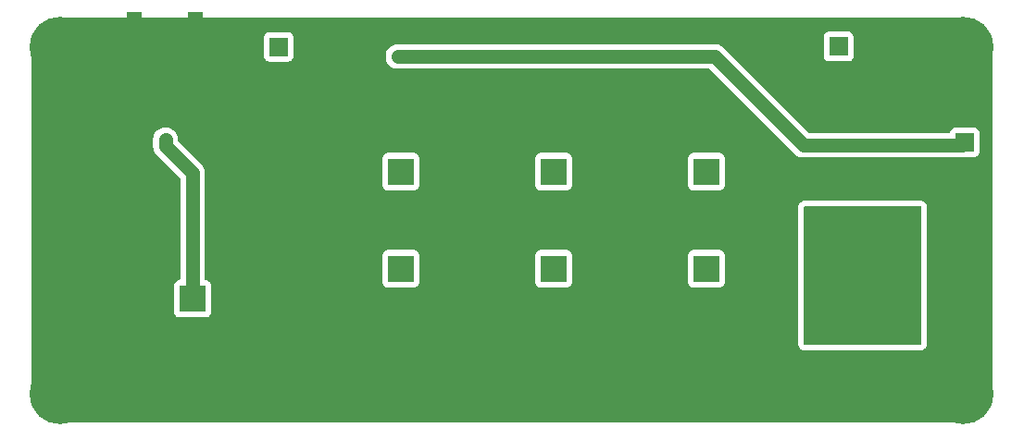
<source format=gbr>
%TF.GenerationSoftware,KiCad,Pcbnew,8.0.0*%
%TF.CreationDate,2024-06-21T14:10:28-04:00*%
%TF.ProjectId,GaN Drain Driver,47614e20-4472-4616-996e-204472697665,v1.0*%
%TF.SameCoordinates,Original*%
%TF.FileFunction,Copper,L2,Bot*%
%TF.FilePolarity,Positive*%
%FSLAX46Y46*%
G04 Gerber Fmt 4.6, Leading zero omitted, Abs format (unit mm)*
G04 Created by KiCad (PCBNEW 8.0.0) date 2024-06-21 14:10:28*
%MOMM*%
%LPD*%
G01*
G04 APERTURE LIST*
%TA.AperFunction,ComponentPad*%
%ADD10R,2.400000X2.400000*%
%TD*%
%TA.AperFunction,ComponentPad*%
%ADD11C,2.400000*%
%TD*%
%TA.AperFunction,ComponentPad*%
%ADD12R,1.700000X1.700000*%
%TD*%
%TA.AperFunction,ComponentPad*%
%ADD13O,1.700000X1.700000*%
%TD*%
%TA.AperFunction,ComponentPad*%
%ADD14C,5.562600*%
%TD*%
%TA.AperFunction,SMDPad,CuDef*%
%ADD15R,1.350000X4.200000*%
%TD*%
%TA.AperFunction,ViaPad*%
%ADD16C,0.600000*%
%TD*%
%TA.AperFunction,Conductor*%
%ADD17C,1.270000*%
%TD*%
G04 APERTURE END LIST*
D10*
%TO.P,C6,1*%
%TO.N,VCC*%
X99060000Y-48895000D03*
D11*
%TO.P,C6,2*%
%TO.N,GND*%
X99060000Y-53895000D03*
%TD*%
D10*
%TO.P,C9,1*%
%TO.N,+15V*%
X66040000Y-51659785D03*
D11*
%TO.P,C9,2*%
%TO.N,GND*%
X66040000Y-56659785D03*
%TD*%
D10*
%TO.P,C5,1*%
%TO.N,VCC*%
X85090000Y-48895000D03*
D11*
%TO.P,C5,2*%
%TO.N,GND*%
X85090000Y-53895000D03*
%TD*%
D12*
%TO.P,J2,1,Pin_1*%
%TO.N,AMP_DRAIN*%
X136652000Y-37338000D03*
D13*
%TO.P,J2,2,Pin_2*%
%TO.N,GND*%
X136652000Y-34798000D03*
%TD*%
D14*
%TO.P,H4,1,1*%
%TO.N,GND*%
X53975000Y-60325000D03*
%TD*%
D10*
%TO.P,C3,1*%
%TO.N,VCC*%
X99060000Y-40005000D03*
D11*
%TO.P,C3,2*%
%TO.N,GND*%
X99060000Y-35005000D03*
%TD*%
D14*
%TO.P,H3,1,1*%
%TO.N,GND*%
X136525000Y-60325000D03*
%TD*%
D12*
%TO.P,J4,1,Pin_1*%
%TO.N,VCC*%
X125115000Y-28550000D03*
D13*
%TO.P,J4,2,Pin_2*%
%TO.N,GND*%
X127655000Y-28550000D03*
%TD*%
D10*
%TO.P,C7,1*%
%TO.N,VCC*%
X113030000Y-48895001D03*
D11*
%TO.P,C7,2*%
%TO.N,GND*%
X113030000Y-53895001D03*
%TD*%
D12*
%TO.P,J3,1,Pin_1*%
%TO.N,+15V*%
X73934000Y-28575000D03*
D13*
%TO.P,J3,2,Pin_2*%
%TO.N,GND*%
X76474000Y-28575000D03*
%TD*%
D10*
%TO.P,C2,1*%
%TO.N,VCC*%
X85090000Y-40005000D03*
D11*
%TO.P,C2,2*%
%TO.N,GND*%
X85090000Y-35005000D03*
%TD*%
D15*
%TO.P,J1,2,Ext*%
%TO.N,GND*%
X66325000Y-27522500D03*
X60675000Y-27522500D03*
%TD*%
D10*
%TO.P,C4,1*%
%TO.N,VCC*%
X113030000Y-40005000D03*
D11*
%TO.P,C4,2*%
%TO.N,GND*%
X113030000Y-35005000D03*
%TD*%
D14*
%TO.P,H1,1,1*%
%TO.N,GND*%
X136525000Y-28575000D03*
%TD*%
%TO.P,H2,1,1*%
%TO.N,GND*%
X53975000Y-28575000D03*
%TD*%
D16*
%TO.N,AMP_DRAIN*%
X84836000Y-29464000D03*
%TO.N,VCC*%
X130810000Y-53340000D03*
X123190000Y-44450000D03*
X127000000Y-44450000D03*
X123190000Y-50800000D03*
X124460000Y-45720000D03*
X127000000Y-49530000D03*
X125730000Y-49530000D03*
X130810000Y-49530000D03*
X123190000Y-46990000D03*
X125730000Y-44450000D03*
X123190000Y-48260000D03*
X125730000Y-45720000D03*
X128270000Y-54610000D03*
X129540000Y-46990000D03*
X123190000Y-54610000D03*
X124460000Y-53340000D03*
X129540000Y-48260000D03*
X130810000Y-44450000D03*
X124460000Y-46990000D03*
X130810000Y-52070000D03*
X128270000Y-44450000D03*
X127000000Y-46990000D03*
X130810000Y-54610000D03*
X130810000Y-48260000D03*
X124460000Y-49530000D03*
X128270000Y-45720000D03*
X127000000Y-45720000D03*
X125730000Y-48260000D03*
X129540000Y-44450000D03*
X129540000Y-49530000D03*
X124460000Y-44450000D03*
X127000000Y-50800000D03*
X129540000Y-52070000D03*
X127000000Y-52070000D03*
X125730000Y-50800000D03*
X127000000Y-54610000D03*
X129540000Y-54610000D03*
X123190000Y-53340000D03*
X127000000Y-53340000D03*
X128270000Y-46990000D03*
X130810000Y-50800000D03*
X129540000Y-45720000D03*
X124460000Y-52070000D03*
X129540000Y-53340000D03*
X127000000Y-48260000D03*
X128270000Y-48260000D03*
X124460000Y-50800000D03*
X124460000Y-54610000D03*
X125730000Y-46990000D03*
X125730000Y-53340000D03*
X129540000Y-50800000D03*
X123190000Y-45720000D03*
X128270000Y-50800000D03*
X128270000Y-49530000D03*
X130810000Y-45720000D03*
X125730000Y-52070000D03*
X125730000Y-54610000D03*
X123190000Y-52070000D03*
X123190000Y-49530000D03*
X130810000Y-46990000D03*
X128270000Y-52070000D03*
X124460000Y-48260000D03*
X128270000Y-53340000D03*
%TO.N,GND*%
X57150000Y-38100000D03*
X129667000Y-57785000D03*
X57150000Y-57150000D03*
X53975000Y-34925000D03*
X127635000Y-57785000D03*
X53975000Y-47625000D03*
X69215000Y-34290000D03*
X74295000Y-57150000D03*
X53975000Y-41275000D03*
X57150000Y-44450000D03*
X85090000Y-27305000D03*
X92075000Y-57150000D03*
X99060000Y-27305000D03*
X106045000Y-57150000D03*
X113030000Y-62230000D03*
X53975000Y-53975000D03*
X136525000Y-49530000D03*
X125095000Y-57531000D03*
X92075000Y-33020000D03*
X106045000Y-33020000D03*
X128905000Y-35560000D03*
X74930000Y-45085000D03*
X74295000Y-38100000D03*
X113030000Y-27305000D03*
X70485000Y-36195000D03*
X57150000Y-31750000D03*
X122936000Y-57531000D03*
X66040000Y-37465000D03*
X84455000Y-62230000D03*
X74295000Y-32385000D03*
X120650000Y-57531000D03*
X73025000Y-34925000D03*
X98425000Y-62230000D03*
X57150000Y-50800000D03*
%TO.N,+15V*%
X63565000Y-37084000D03*
%TD*%
D17*
%TO.N,AMP_DRAIN*%
X136398000Y-37592000D02*
X121920000Y-37592000D01*
X121920000Y-37592000D02*
X113792000Y-29464000D01*
X113792000Y-29464000D02*
X84836000Y-29464000D01*
X136652000Y-37338000D02*
X136398000Y-37592000D01*
%TO.N,+15V*%
X66040000Y-40132000D02*
X66040000Y-51659785D01*
X63565000Y-37657000D02*
X66040000Y-40132000D01*
X63565000Y-37084000D02*
X63565000Y-37657000D01*
%TD*%
%TA.AperFunction,Conductor*%
%TO.N,GND*%
G36*
X136528472Y-25900695D02*
G01*
X136817507Y-25916927D01*
X136831305Y-25918481D01*
X137113265Y-25966388D01*
X137126821Y-25969482D01*
X137401642Y-26048657D01*
X137414768Y-26053250D01*
X137678994Y-26162696D01*
X137691508Y-26168722D01*
X137941830Y-26307070D01*
X137953603Y-26314468D01*
X138186843Y-26479961D01*
X138197704Y-26488622D01*
X138410964Y-26679202D01*
X138420797Y-26689035D01*
X138611373Y-26902290D01*
X138620042Y-26913162D01*
X138785530Y-27146395D01*
X138792929Y-27158169D01*
X138931273Y-27408484D01*
X138937306Y-27421012D01*
X139046749Y-27685232D01*
X139051342Y-27698357D01*
X139130517Y-27973178D01*
X139133611Y-27986735D01*
X139181516Y-28268684D01*
X139183073Y-28282502D01*
X139199305Y-28571527D01*
X139199500Y-28578480D01*
X139199500Y-60321519D01*
X139199305Y-60328472D01*
X139183073Y-60617497D01*
X139181516Y-60631315D01*
X139133611Y-60913264D01*
X139130517Y-60926821D01*
X139051342Y-61201642D01*
X139046749Y-61214767D01*
X138937306Y-61478987D01*
X138931273Y-61491515D01*
X138792929Y-61741830D01*
X138785530Y-61753604D01*
X138620042Y-61986837D01*
X138611373Y-61997709D01*
X138420797Y-62210964D01*
X138410964Y-62220797D01*
X138197709Y-62411373D01*
X138186837Y-62420042D01*
X137953604Y-62585530D01*
X137941830Y-62592929D01*
X137691515Y-62731273D01*
X137678987Y-62737306D01*
X137414767Y-62846749D01*
X137401642Y-62851342D01*
X137126821Y-62930517D01*
X137113264Y-62933611D01*
X136831315Y-62981516D01*
X136817497Y-62983073D01*
X136528472Y-62999305D01*
X136521519Y-62999500D01*
X53978481Y-62999500D01*
X53971528Y-62999305D01*
X53682502Y-62983073D01*
X53668684Y-62981516D01*
X53386735Y-62933611D01*
X53373178Y-62930517D01*
X53098357Y-62851342D01*
X53085232Y-62846749D01*
X52821012Y-62737306D01*
X52808484Y-62731273D01*
X52558169Y-62592929D01*
X52546395Y-62585530D01*
X52313162Y-62420042D01*
X52302290Y-62411373D01*
X52089035Y-62220797D01*
X52079202Y-62210964D01*
X51888626Y-61997709D01*
X51879961Y-61986843D01*
X51714468Y-61753603D01*
X51707070Y-61741830D01*
X51568726Y-61491515D01*
X51562696Y-61478994D01*
X51453250Y-61214767D01*
X51448657Y-61201642D01*
X51369482Y-60926821D01*
X51366388Y-60913264D01*
X51318481Y-60631305D01*
X51316927Y-60617507D01*
X51300695Y-60328472D01*
X51300500Y-60321519D01*
X51300500Y-55756000D01*
X121414500Y-55756000D01*
X121414501Y-55756009D01*
X121426052Y-55863450D01*
X121426054Y-55863462D01*
X121437260Y-55914972D01*
X121471383Y-56017497D01*
X121471386Y-56017503D01*
X121549171Y-56138537D01*
X121549179Y-56138548D01*
X121594923Y-56191340D01*
X121594926Y-56191343D01*
X121594930Y-56191347D01*
X121703664Y-56285567D01*
X121703667Y-56285568D01*
X121703668Y-56285569D01*
X121797925Y-56328616D01*
X121834541Y-56345338D01*
X121901580Y-56365023D01*
X121901584Y-56365024D01*
X122044000Y-56385500D01*
X122044003Y-56385500D01*
X132590990Y-56385500D01*
X132591000Y-56385500D01*
X132698456Y-56373947D01*
X132749967Y-56362741D01*
X132784197Y-56351347D01*
X132852497Y-56328616D01*
X132852501Y-56328613D01*
X132852504Y-56328613D01*
X132973543Y-56250825D01*
X133026347Y-56205070D01*
X133120567Y-56096336D01*
X133180338Y-55965459D01*
X133200023Y-55898420D01*
X133200024Y-55898416D01*
X133220500Y-55756000D01*
X133220500Y-43304000D01*
X133208947Y-43196544D01*
X133197741Y-43145033D01*
X133197637Y-43144722D01*
X133163616Y-43042502D01*
X133163613Y-43042496D01*
X133085828Y-42921462D01*
X133085825Y-42921457D01*
X133085820Y-42921451D01*
X133040076Y-42868659D01*
X133040072Y-42868656D01*
X133040070Y-42868653D01*
X132931336Y-42774433D01*
X132931333Y-42774431D01*
X132931331Y-42774430D01*
X132800465Y-42714664D01*
X132800460Y-42714662D01*
X132800459Y-42714662D01*
X132733420Y-42694977D01*
X132733422Y-42694977D01*
X132733417Y-42694976D01*
X132671347Y-42686052D01*
X132591000Y-42674500D01*
X122044000Y-42674500D01*
X122043991Y-42674500D01*
X122043990Y-42674501D01*
X121936549Y-42686052D01*
X121936537Y-42686054D01*
X121885027Y-42697260D01*
X121782502Y-42731383D01*
X121782496Y-42731386D01*
X121661462Y-42809171D01*
X121661451Y-42809179D01*
X121608659Y-42854923D01*
X121514433Y-42963664D01*
X121514430Y-42963668D01*
X121454664Y-43094534D01*
X121434976Y-43161582D01*
X121429949Y-43196549D01*
X121414500Y-43304000D01*
X121414500Y-55756000D01*
X51300500Y-55756000D01*
X51300500Y-37746370D01*
X62429500Y-37746370D01*
X62457458Y-37922894D01*
X62474643Y-37975782D01*
X62512692Y-38092885D01*
X62593833Y-38252132D01*
X62651664Y-38331729D01*
X62651663Y-38331729D01*
X62698884Y-38396721D01*
X62698891Y-38396730D01*
X64868181Y-40566020D01*
X64901666Y-40627343D01*
X64904500Y-40653701D01*
X64904500Y-49835821D01*
X64884815Y-49902860D01*
X64832011Y-49948615D01*
X64793754Y-49959111D01*
X64732516Y-49965694D01*
X64597671Y-50015987D01*
X64597664Y-50015991D01*
X64482455Y-50102237D01*
X64482452Y-50102240D01*
X64396206Y-50217449D01*
X64396202Y-50217456D01*
X64345908Y-50352302D01*
X64339501Y-50411901D01*
X64339501Y-50411908D01*
X64339500Y-50411920D01*
X64339500Y-52907655D01*
X64339501Y-52907661D01*
X64345908Y-52967268D01*
X64396202Y-53102113D01*
X64396206Y-53102120D01*
X64482452Y-53217329D01*
X64482455Y-53217332D01*
X64597664Y-53303578D01*
X64597671Y-53303582D01*
X64732517Y-53353876D01*
X64732516Y-53353876D01*
X64739444Y-53354620D01*
X64792127Y-53360285D01*
X67287872Y-53360284D01*
X67347483Y-53353876D01*
X67482331Y-53303581D01*
X67597546Y-53217331D01*
X67683796Y-53102116D01*
X67734091Y-52967268D01*
X67740500Y-52907658D01*
X67740499Y-50411913D01*
X67734091Y-50352302D01*
X67728507Y-50337331D01*
X67683797Y-50217456D01*
X67683793Y-50217449D01*
X67627963Y-50142870D01*
X83389500Y-50142870D01*
X83389501Y-50142876D01*
X83395908Y-50202483D01*
X83446202Y-50337328D01*
X83446206Y-50337335D01*
X83532452Y-50452544D01*
X83532455Y-50452547D01*
X83647664Y-50538793D01*
X83647671Y-50538797D01*
X83782517Y-50589091D01*
X83782516Y-50589091D01*
X83789444Y-50589835D01*
X83842127Y-50595500D01*
X86337872Y-50595499D01*
X86397483Y-50589091D01*
X86532331Y-50538796D01*
X86647546Y-50452546D01*
X86733796Y-50337331D01*
X86784091Y-50202483D01*
X86790500Y-50142873D01*
X86790500Y-50142870D01*
X97359500Y-50142870D01*
X97359501Y-50142876D01*
X97365908Y-50202483D01*
X97416202Y-50337328D01*
X97416206Y-50337335D01*
X97502452Y-50452544D01*
X97502455Y-50452547D01*
X97617664Y-50538793D01*
X97617671Y-50538797D01*
X97752517Y-50589091D01*
X97752516Y-50589091D01*
X97759444Y-50589835D01*
X97812127Y-50595500D01*
X100307872Y-50595499D01*
X100367483Y-50589091D01*
X100502331Y-50538796D01*
X100617546Y-50452546D01*
X100703796Y-50337331D01*
X100754091Y-50202483D01*
X100760500Y-50142873D01*
X100760500Y-50142871D01*
X111329500Y-50142871D01*
X111329501Y-50142877D01*
X111335908Y-50202484D01*
X111386202Y-50337329D01*
X111386206Y-50337336D01*
X111472452Y-50452545D01*
X111472455Y-50452548D01*
X111587664Y-50538794D01*
X111587671Y-50538798D01*
X111722517Y-50589092D01*
X111722516Y-50589092D01*
X111729444Y-50589836D01*
X111782127Y-50595501D01*
X114277872Y-50595500D01*
X114337483Y-50589092D01*
X114472331Y-50538797D01*
X114587546Y-50452547D01*
X114673796Y-50337332D01*
X114724091Y-50202484D01*
X114730500Y-50142874D01*
X114730499Y-47647129D01*
X114724091Y-47587518D01*
X114724090Y-47587516D01*
X114673797Y-47452672D01*
X114673793Y-47452665D01*
X114587547Y-47337456D01*
X114587544Y-47337453D01*
X114472335Y-47251207D01*
X114472328Y-47251203D01*
X114337482Y-47200909D01*
X114337483Y-47200909D01*
X114277883Y-47194502D01*
X114277881Y-47194501D01*
X114277873Y-47194501D01*
X114277864Y-47194501D01*
X111782129Y-47194501D01*
X111782123Y-47194502D01*
X111722516Y-47200909D01*
X111587671Y-47251203D01*
X111587664Y-47251207D01*
X111472455Y-47337453D01*
X111472452Y-47337456D01*
X111386206Y-47452665D01*
X111386202Y-47452672D01*
X111335908Y-47587518D01*
X111329501Y-47647116D01*
X111329501Y-47647124D01*
X111329500Y-47647136D01*
X111329500Y-50142871D01*
X100760500Y-50142871D01*
X100760499Y-47647128D01*
X100754091Y-47587517D01*
X100703796Y-47452669D01*
X100703795Y-47452668D01*
X100703793Y-47452664D01*
X100617547Y-47337455D01*
X100617544Y-47337452D01*
X100502335Y-47251206D01*
X100502328Y-47251202D01*
X100367482Y-47200908D01*
X100367483Y-47200908D01*
X100307883Y-47194501D01*
X100307881Y-47194500D01*
X100307873Y-47194500D01*
X100307864Y-47194500D01*
X97812129Y-47194500D01*
X97812123Y-47194501D01*
X97752516Y-47200908D01*
X97617671Y-47251202D01*
X97617664Y-47251206D01*
X97502455Y-47337452D01*
X97502452Y-47337455D01*
X97416206Y-47452664D01*
X97416202Y-47452671D01*
X97365908Y-47587517D01*
X97359501Y-47647116D01*
X97359501Y-47647124D01*
X97359500Y-47647135D01*
X97359500Y-50142870D01*
X86790500Y-50142870D01*
X86790499Y-47647128D01*
X86784091Y-47587517D01*
X86733796Y-47452669D01*
X86733795Y-47452668D01*
X86733793Y-47452664D01*
X86647547Y-47337455D01*
X86647544Y-47337452D01*
X86532335Y-47251206D01*
X86532328Y-47251202D01*
X86397482Y-47200908D01*
X86397483Y-47200908D01*
X86337883Y-47194501D01*
X86337881Y-47194500D01*
X86337873Y-47194500D01*
X86337864Y-47194500D01*
X83842129Y-47194500D01*
X83842123Y-47194501D01*
X83782516Y-47200908D01*
X83647671Y-47251202D01*
X83647664Y-47251206D01*
X83532455Y-47337452D01*
X83532452Y-47337455D01*
X83446206Y-47452664D01*
X83446202Y-47452671D01*
X83395908Y-47587517D01*
X83389501Y-47647116D01*
X83389501Y-47647124D01*
X83389500Y-47647135D01*
X83389500Y-50142870D01*
X67627963Y-50142870D01*
X67597547Y-50102240D01*
X67597544Y-50102237D01*
X67482335Y-50015991D01*
X67482328Y-50015987D01*
X67347483Y-49965693D01*
X67286243Y-49959109D01*
X67221692Y-49932370D01*
X67181845Y-49874977D01*
X67175500Y-49835820D01*
X67175500Y-41252870D01*
X83389500Y-41252870D01*
X83389501Y-41252876D01*
X83395908Y-41312483D01*
X83446202Y-41447328D01*
X83446206Y-41447335D01*
X83532452Y-41562544D01*
X83532455Y-41562547D01*
X83647664Y-41648793D01*
X83647671Y-41648797D01*
X83782517Y-41699091D01*
X83782516Y-41699091D01*
X83789444Y-41699835D01*
X83842127Y-41705500D01*
X86337872Y-41705499D01*
X86397483Y-41699091D01*
X86532331Y-41648796D01*
X86647546Y-41562546D01*
X86733796Y-41447331D01*
X86784091Y-41312483D01*
X86790500Y-41252873D01*
X86790500Y-41252870D01*
X97359500Y-41252870D01*
X97359501Y-41252876D01*
X97365908Y-41312483D01*
X97416202Y-41447328D01*
X97416206Y-41447335D01*
X97502452Y-41562544D01*
X97502455Y-41562547D01*
X97617664Y-41648793D01*
X97617671Y-41648797D01*
X97752517Y-41699091D01*
X97752516Y-41699091D01*
X97759444Y-41699835D01*
X97812127Y-41705500D01*
X100307872Y-41705499D01*
X100367483Y-41699091D01*
X100502331Y-41648796D01*
X100617546Y-41562546D01*
X100703796Y-41447331D01*
X100754091Y-41312483D01*
X100760500Y-41252873D01*
X100760500Y-41252870D01*
X111329500Y-41252870D01*
X111329501Y-41252876D01*
X111335908Y-41312483D01*
X111386202Y-41447328D01*
X111386206Y-41447335D01*
X111472452Y-41562544D01*
X111472455Y-41562547D01*
X111587664Y-41648793D01*
X111587671Y-41648797D01*
X111722517Y-41699091D01*
X111722516Y-41699091D01*
X111729444Y-41699835D01*
X111782127Y-41705500D01*
X114277872Y-41705499D01*
X114337483Y-41699091D01*
X114472331Y-41648796D01*
X114587546Y-41562546D01*
X114673796Y-41447331D01*
X114724091Y-41312483D01*
X114730500Y-41252873D01*
X114730499Y-38757128D01*
X114724091Y-38697517D01*
X114722991Y-38694569D01*
X114673797Y-38562671D01*
X114673793Y-38562664D01*
X114587547Y-38447455D01*
X114587544Y-38447452D01*
X114472335Y-38361206D01*
X114472328Y-38361202D01*
X114337482Y-38310908D01*
X114337483Y-38310908D01*
X114277883Y-38304501D01*
X114277881Y-38304500D01*
X114277873Y-38304500D01*
X114277864Y-38304500D01*
X111782129Y-38304500D01*
X111782123Y-38304501D01*
X111722516Y-38310908D01*
X111587671Y-38361202D01*
X111587664Y-38361206D01*
X111472455Y-38447452D01*
X111472452Y-38447455D01*
X111386206Y-38562664D01*
X111386202Y-38562671D01*
X111335908Y-38697517D01*
X111332685Y-38727500D01*
X111329501Y-38757123D01*
X111329500Y-38757135D01*
X111329500Y-41252870D01*
X100760500Y-41252870D01*
X100760499Y-38757128D01*
X100754091Y-38697517D01*
X100752991Y-38694569D01*
X100703797Y-38562671D01*
X100703793Y-38562664D01*
X100617547Y-38447455D01*
X100617544Y-38447452D01*
X100502335Y-38361206D01*
X100502328Y-38361202D01*
X100367482Y-38310908D01*
X100367483Y-38310908D01*
X100307883Y-38304501D01*
X100307881Y-38304500D01*
X100307873Y-38304500D01*
X100307864Y-38304500D01*
X97812129Y-38304500D01*
X97812123Y-38304501D01*
X97752516Y-38310908D01*
X97617671Y-38361202D01*
X97617664Y-38361206D01*
X97502455Y-38447452D01*
X97502452Y-38447455D01*
X97416206Y-38562664D01*
X97416202Y-38562671D01*
X97365908Y-38697517D01*
X97362685Y-38727500D01*
X97359501Y-38757123D01*
X97359500Y-38757135D01*
X97359500Y-41252870D01*
X86790500Y-41252870D01*
X86790499Y-38757128D01*
X86784091Y-38697517D01*
X86782991Y-38694569D01*
X86733797Y-38562671D01*
X86733793Y-38562664D01*
X86647547Y-38447455D01*
X86647544Y-38447452D01*
X86532335Y-38361206D01*
X86532328Y-38361202D01*
X86397482Y-38310908D01*
X86397483Y-38310908D01*
X86337883Y-38304501D01*
X86337881Y-38304500D01*
X86337873Y-38304500D01*
X86337864Y-38304500D01*
X83842129Y-38304500D01*
X83842123Y-38304501D01*
X83782516Y-38310908D01*
X83647671Y-38361202D01*
X83647664Y-38361206D01*
X83532455Y-38447452D01*
X83532452Y-38447455D01*
X83446206Y-38562664D01*
X83446202Y-38562671D01*
X83395908Y-38697517D01*
X83392685Y-38727500D01*
X83389501Y-38757123D01*
X83389500Y-38757135D01*
X83389500Y-41252870D01*
X67175500Y-41252870D01*
X67175500Y-40042629D01*
X67161945Y-39957051D01*
X67147541Y-39866103D01*
X67092310Y-39696120D01*
X67052511Y-39618011D01*
X67011167Y-39536868D01*
X66906111Y-39392272D01*
X66779728Y-39265889D01*
X64736819Y-37222980D01*
X64703334Y-37161657D01*
X64700500Y-37135299D01*
X64700500Y-36994634D01*
X64672540Y-36818103D01*
X64672539Y-36818099D01*
X64672539Y-36818098D01*
X64617310Y-36648121D01*
X64617308Y-36648118D01*
X64536166Y-36488867D01*
X64512420Y-36456184D01*
X64431111Y-36344272D01*
X64304728Y-36217889D01*
X64160132Y-36112833D01*
X64000881Y-36031691D01*
X64000878Y-36031689D01*
X63830899Y-35976460D01*
X63713209Y-35957820D01*
X63654366Y-35948500D01*
X63475634Y-35948500D01*
X63416790Y-35957820D01*
X63299101Y-35976460D01*
X63299098Y-35976460D01*
X63129121Y-36031689D01*
X63129118Y-36031691D01*
X62969867Y-36112833D01*
X62825270Y-36217890D01*
X62698890Y-36344270D01*
X62593833Y-36488867D01*
X62512691Y-36648118D01*
X62512689Y-36648121D01*
X62457460Y-36818098D01*
X62457460Y-36818101D01*
X62429500Y-36994634D01*
X62429500Y-37746370D01*
X51300500Y-37746370D01*
X51300500Y-29472870D01*
X72583500Y-29472870D01*
X72583501Y-29472876D01*
X72589908Y-29532483D01*
X72640202Y-29667328D01*
X72640206Y-29667335D01*
X72726452Y-29782544D01*
X72726455Y-29782547D01*
X72841664Y-29868793D01*
X72841671Y-29868797D01*
X72976517Y-29919091D01*
X72976516Y-29919091D01*
X72983444Y-29919835D01*
X73036127Y-29925500D01*
X74831872Y-29925499D01*
X74891483Y-29919091D01*
X75026331Y-29868796D01*
X75141546Y-29782546D01*
X75227796Y-29667331D01*
X75270303Y-29553365D01*
X83700500Y-29553365D01*
X83728460Y-29729898D01*
X83728460Y-29729901D01*
X83783689Y-29899878D01*
X83783691Y-29899881D01*
X83864833Y-30059132D01*
X83969889Y-30203728D01*
X84096272Y-30330111D01*
X84240868Y-30435167D01*
X84400119Y-30516309D01*
X84400121Y-30516310D01*
X84558670Y-30567825D01*
X84570103Y-30571540D01*
X84746634Y-30599500D01*
X113270299Y-30599500D01*
X113337338Y-30619185D01*
X113357980Y-30635819D01*
X121053889Y-38331728D01*
X121180272Y-38458111D01*
X121276669Y-38528148D01*
X121324869Y-38563168D01*
X121407708Y-38605375D01*
X121484119Y-38644309D01*
X121525802Y-38657851D01*
X121525804Y-38657853D01*
X121525805Y-38657853D01*
X121557880Y-38668275D01*
X121654103Y-38699541D01*
X121729759Y-38711523D01*
X121830630Y-38727500D01*
X121830634Y-38727500D01*
X136487370Y-38727500D01*
X136579233Y-38712950D01*
X136663897Y-38699541D01*
X136679198Y-38694568D01*
X136717519Y-38688499D01*
X137549871Y-38688499D01*
X137549872Y-38688499D01*
X137609483Y-38682091D01*
X137744331Y-38631796D01*
X137859546Y-38545546D01*
X137945796Y-38430331D01*
X137996091Y-38295483D01*
X138002500Y-38235873D01*
X138002499Y-36440128D01*
X137996091Y-36380517D01*
X137945796Y-36245669D01*
X137945795Y-36245668D01*
X137945793Y-36245664D01*
X137859547Y-36130455D01*
X137859544Y-36130452D01*
X137744335Y-36044206D01*
X137744328Y-36044202D01*
X137609482Y-35993908D01*
X137609483Y-35993908D01*
X137549883Y-35987501D01*
X137549881Y-35987500D01*
X137549873Y-35987500D01*
X137549864Y-35987500D01*
X135754129Y-35987500D01*
X135754123Y-35987501D01*
X135694516Y-35993908D01*
X135559671Y-36044202D01*
X135559664Y-36044206D01*
X135444455Y-36130452D01*
X135444452Y-36130455D01*
X135358206Y-36245664D01*
X135358202Y-36245671D01*
X135309656Y-36375833D01*
X135267785Y-36431767D01*
X135202321Y-36456184D01*
X135193474Y-36456500D01*
X122441701Y-36456500D01*
X122374662Y-36436815D01*
X122354020Y-36420181D01*
X115381709Y-29447870D01*
X123764500Y-29447870D01*
X123764501Y-29447876D01*
X123770908Y-29507483D01*
X123821202Y-29642328D01*
X123821206Y-29642335D01*
X123907452Y-29757544D01*
X123907455Y-29757547D01*
X124022664Y-29843793D01*
X124022671Y-29843797D01*
X124157517Y-29894091D01*
X124157516Y-29894091D01*
X124164444Y-29894835D01*
X124217127Y-29900500D01*
X126012872Y-29900499D01*
X126072483Y-29894091D01*
X126207331Y-29843796D01*
X126322546Y-29757546D01*
X126408796Y-29642331D01*
X126459091Y-29507483D01*
X126465500Y-29447873D01*
X126465499Y-27652128D01*
X126459091Y-27592517D01*
X126418120Y-27482669D01*
X126408797Y-27457671D01*
X126408793Y-27457664D01*
X126322547Y-27342455D01*
X126322544Y-27342452D01*
X126207335Y-27256206D01*
X126207328Y-27256202D01*
X126072482Y-27205908D01*
X126072483Y-27205908D01*
X126012883Y-27199501D01*
X126012881Y-27199500D01*
X126012873Y-27199500D01*
X126012864Y-27199500D01*
X124217129Y-27199500D01*
X124217123Y-27199501D01*
X124157516Y-27205908D01*
X124022671Y-27256202D01*
X124022664Y-27256206D01*
X123907455Y-27342452D01*
X123907452Y-27342455D01*
X123821206Y-27457664D01*
X123821202Y-27457671D01*
X123770908Y-27592517D01*
X123764501Y-27652116D01*
X123764501Y-27652123D01*
X123764500Y-27652135D01*
X123764500Y-29447870D01*
X115381709Y-29447870D01*
X114531729Y-28597890D01*
X114409532Y-28509108D01*
X114387131Y-28492832D01*
X114227881Y-28411691D01*
X114227875Y-28411688D01*
X114186194Y-28398146D01*
X114119453Y-28376460D01*
X114057897Y-28356459D01*
X114057895Y-28356458D01*
X114057894Y-28356458D01*
X113881370Y-28328500D01*
X113881366Y-28328500D01*
X84746634Y-28328500D01*
X84687790Y-28337820D01*
X84570101Y-28356460D01*
X84570098Y-28356460D01*
X84400121Y-28411689D01*
X84400118Y-28411691D01*
X84240867Y-28492833D01*
X84096270Y-28597890D01*
X83969890Y-28724270D01*
X83864833Y-28868867D01*
X83783691Y-29028118D01*
X83783689Y-29028121D01*
X83728460Y-29198098D01*
X83728460Y-29198101D01*
X83700500Y-29374634D01*
X83700500Y-29553365D01*
X75270303Y-29553365D01*
X75278091Y-29532483D01*
X75284500Y-29472873D01*
X75284499Y-27677128D01*
X75278091Y-27617517D01*
X75268766Y-27592516D01*
X75227797Y-27482671D01*
X75227793Y-27482664D01*
X75141547Y-27367455D01*
X75141544Y-27367452D01*
X75026335Y-27281206D01*
X75026328Y-27281202D01*
X74891482Y-27230908D01*
X74891483Y-27230908D01*
X74831883Y-27224501D01*
X74831881Y-27224500D01*
X74831873Y-27224500D01*
X74831864Y-27224500D01*
X73036129Y-27224500D01*
X73036123Y-27224501D01*
X72976516Y-27230908D01*
X72841671Y-27281202D01*
X72841664Y-27281206D01*
X72726455Y-27367452D01*
X72726452Y-27367455D01*
X72640206Y-27482664D01*
X72640202Y-27482671D01*
X72589908Y-27617517D01*
X72586187Y-27652135D01*
X72583501Y-27677123D01*
X72583500Y-27677135D01*
X72583500Y-29472870D01*
X51300500Y-29472870D01*
X51300500Y-28578480D01*
X51300695Y-28571527D01*
X51305114Y-28492833D01*
X51316927Y-28282490D01*
X51318481Y-28268696D01*
X51366389Y-27986730D01*
X51369482Y-27973178D01*
X51448657Y-27698357D01*
X51453250Y-27685232D01*
X51562699Y-27420997D01*
X51568719Y-27408498D01*
X51707076Y-27158159D01*
X51714463Y-27146404D01*
X51879968Y-26913147D01*
X51888614Y-26902304D01*
X52079212Y-26689024D01*
X52089024Y-26679212D01*
X52302304Y-26488614D01*
X52313147Y-26479968D01*
X52546404Y-26314463D01*
X52558159Y-26307076D01*
X52808498Y-26168719D01*
X52820997Y-26162699D01*
X53085236Y-26053248D01*
X53098353Y-26048658D01*
X53373184Y-25969480D01*
X53386730Y-25966389D01*
X53668696Y-25918481D01*
X53682490Y-25916927D01*
X53971528Y-25900695D01*
X53978481Y-25900500D01*
X54040892Y-25900500D01*
X136459108Y-25900500D01*
X136521519Y-25900500D01*
X136528472Y-25900695D01*
G37*
%TD.AperFunction*%
%TD*%
%TA.AperFunction,Conductor*%
%TO.N,VCC*%
G36*
X132658039Y-43199685D02*
G01*
X132703794Y-43252489D01*
X132715000Y-43304000D01*
X132715000Y-55756000D01*
X132695315Y-55823039D01*
X132642511Y-55868794D01*
X132591000Y-55880000D01*
X122044000Y-55880000D01*
X121976961Y-55860315D01*
X121931206Y-55807511D01*
X121920000Y-55756000D01*
X121920000Y-43304000D01*
X121939685Y-43236961D01*
X121992489Y-43191206D01*
X122044000Y-43180000D01*
X132591000Y-43180000D01*
X132658039Y-43199685D01*
G37*
%TD.AperFunction*%
%TD*%
M02*

</source>
